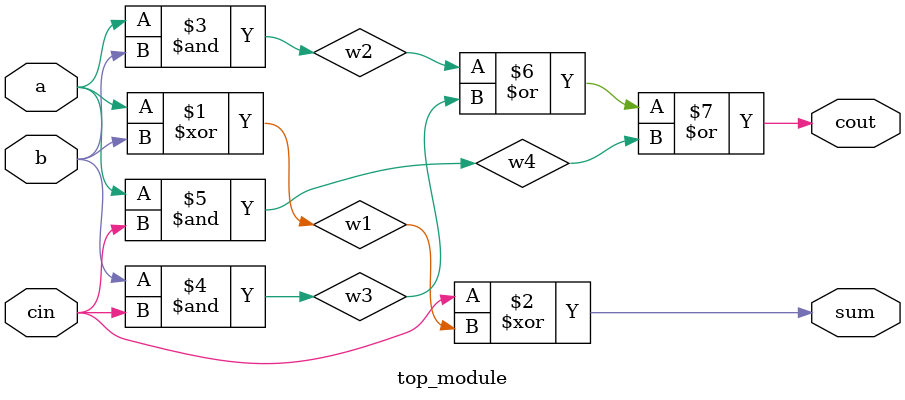
<source format=v>
module top_module( 
    input a, b, cin,
    output cout, sum );
    wire w1,w2,w3, w4;
    xor (w1, a,b);
    xor (sum, cin, w1);
    
    and (w2, a,b);
    and (w3, b,cin);
    and (w4, a,cin);
    or (cout, w2,w3,w4);
endmodule

</source>
